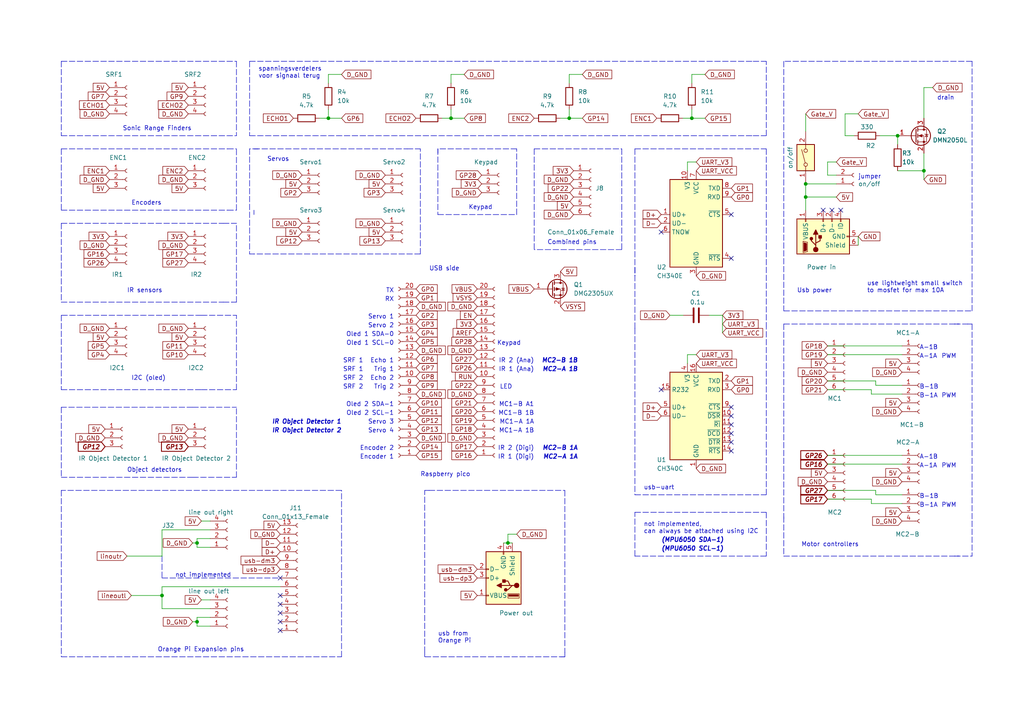
<source format=kicad_sch>
(kicad_sch (version 20211123) (generator eeschema)
  (paper "A4")
  (junction (at 233.68 53.34))
  (junction (at 130.81 34.29))
  (junction (at 147.32 157.48))
  (junction (at 233.68 57.15))
  (junction (at 57.15 180.34))
  (junction (at 165.1 34.29))
  (junction (at 267.97 49.53))
  (junction (at 46.99 172.72))
  (junction (at 260.35 39.37))
  (junction (at 95.25 34.29))
  (junction (at 200.66 34.29))
  (junction (at 57.15 157.48))
  (no_connect (at 243.84 60.96))
  (no_connect (at 212.09 74.93))
  (no_connect (at 241.3 60.96))
  (no_connect (at 81.28 167.64))
  (no_connect (at 81.28 180.34))
  (no_connect (at 212.09 123.19))
  (no_connect (at 212.09 125.73))
  (no_connect (at 212.09 128.27))
  (no_connect (at 212.09 130.81))
  (no_connect (at 212.09 120.65))
  (no_connect (at 212.09 118.11))
  (no_connect (at 191.77 113.03))
  (no_connect (at 191.77 67.31))
  (no_connect (at 238.76 60.96))
  (no_connect (at 81.28 182.88))
  (no_connect (at 212.09 62.23))
  (no_connect (at 81.28 175.26))
  (no_connect (at 81.28 177.8))
  (no_connect (at 81.28 172.72))
  (wire (pts (xy 36.83 161.29) (xy 46.99 161.29)))
  (wire (pts (xy 55.88 157.48) (xy 57.15 157.48)))
  (wire (pts (xy 38.1 172.72) (xy 46.99 172.72)))
  (polyline (pts (xy 281.94 17.78) (xy 227.33 17.78)))
  (wire (pts (xy 240.03 50.8) (xy 242.57 50.8)))
  (polyline (pts (xy 46.99 161.29) (xy 46.99 167.64)))
  (polyline (pts (xy 281.94 151.13) (xy 281.94 161.29)))
  (polyline (pts (xy 73.66 62.23) (xy 73.66 60.96)))
  (polyline (pts (xy 163.83 189.23) (xy 163.83 190.5)))
  (wire (pts (xy 57.15 181.61) (xy 57.15 180.34)))
  (polyline (pts (xy 99.06 142.24) (xy 17.78 142.24)))
  (polyline (pts (xy 17.78 64.77) (xy 64.77 64.77)))
  (wire (pts (xy 245.11 39.37) (xy 247.65 39.37)))
  (polyline (pts (xy 227.33 93.98) (xy 227.33 151.13)))
  (wire (pts (xy 57.15 179.07) (xy 60.96 179.07)))
  (polyline (pts (xy 121.92 73.66) (xy 121.92 43.18)))
  (wire (pts (xy 254 143.51) (xy 261.62 143.51)))
  (wire (pts (xy 240.03 110.49) (xy 254 110.49)))
  (polyline (pts (xy 17.78 118.11) (xy 17.78 138.43)))
  (polyline (pts (xy 17.78 142.24) (xy 17.78 190.5)))
  (polyline (pts (xy 99.06 190.5) (xy 99.06 142.24)))
  (polyline (pts (xy 127 62.23) (xy 149.86 62.23)))
  (polyline (pts (xy 149.86 62.23) (xy 149.86 43.18)))
  (wire (pts (xy 55.88 180.34) (xy 57.15 180.34)))
  (polyline (pts (xy 227.33 149.86) (xy 227.33 161.29)))
  (wire (pts (xy 254 142.24) (xy 254 143.51)))
  (wire (pts (xy 198.12 34.29) (xy 200.66 34.29)))
  (wire (pts (xy 201.93 102.87) (xy 199.39 102.87)))
  (polyline (pts (xy 184.15 148.59) (xy 222.25 148.59)))
  (wire (pts (xy 252.73 146.05) (xy 261.62 146.05)))
  (wire (pts (xy 267.97 25.4) (xy 270.51 25.4)))
  (wire (pts (xy 201.93 46.99) (xy 199.39 46.99)))
  (polyline (pts (xy 149.86 43.18) (xy 127 43.18)))
  (wire (pts (xy 252.73 113.03) (xy 252.73 114.3)))
  (polyline (pts (xy 222.25 143.51) (xy 222.25 95.25)))
  (wire (pts (xy 95.25 21.59) (xy 95.25 24.13)))
  (polyline (pts (xy 163.83 142.24) (xy 163.83 189.23)))
  (wire (pts (xy 260.35 39.37) (xy 260.35 41.91)))
  (wire (pts (xy 168.91 21.59) (xy 165.1 21.59)))
  (wire (pts (xy 60.96 181.61) (xy 57.15 181.61)))
  (polyline (pts (xy 73.66 43.18) (xy 118.11 43.18)))
  (polyline (pts (xy 222.25 43.18) (xy 222.25 77.47)))
  (polyline (pts (xy 227.33 90.17) (xy 281.94 90.17)))
  (polyline (pts (xy 163.83 190.5) (xy 123.19 190.5)))
  (polyline (pts (xy 218.44 39.37) (xy 222.25 39.37)))
  (polyline (pts (xy 123.19 142.24) (xy 124.46 142.24)))
  (wire (pts (xy 252.73 114.3) (xy 261.62 114.3)))
  (polyline (pts (xy 17.78 17.78) (xy 68.58 17.78)))
  (polyline (pts (xy 184.15 43.18) (xy 184.15 80.01)))
  (polyline (pts (xy 72.39 73.66) (xy 73.66 73.66)))
  (wire (pts (xy 233.68 53.34) (xy 233.68 57.15)))
  (wire (pts (xy 46.99 170.18) (xy 81.28 170.18)))
  (polyline (pts (xy 17.78 64.77) (xy 17.78 87.63)))
  (polyline (pts (xy 184.15 161.29) (xy 184.15 148.59)))
  (wire (pts (xy 194.31 91.44) (xy 198.12 91.44)))
  (polyline (pts (xy 68.58 113.03) (xy 68.58 91.44)))
  (wire (pts (xy 242.57 46.99) (xy 240.03 46.99)))
  (wire (pts (xy 240.03 113.03) (xy 252.73 113.03)))
  (polyline (pts (xy 17.78 39.37) (xy 68.58 39.37)))
  (polyline (pts (xy 124.46 142.24) (xy 163.83 142.24)))
  (polyline (pts (xy 17.78 60.96) (xy 66.04 60.96)))
  (polyline (pts (xy 227.33 161.29) (xy 278.13 161.29)))
  (wire (pts (xy 57.15 157.48) (xy 57.15 156.21)))
  (polyline (pts (xy 74.93 43.18) (xy 72.39 43.18)))
  (wire (pts (xy 46.99 172.72) (xy 46.99 176.53)))
  (polyline (pts (xy 280.67 93.98) (xy 281.94 93.98)))
  (wire (pts (xy 148.59 157.48) (xy 147.32 157.48)))
  (polyline (pts (xy 46.99 167.64) (xy 81.28 167.64)))
  (polyline (pts (xy 72.39 39.37) (xy 218.44 39.37)))
  (wire (pts (xy 252.73 144.78) (xy 252.73 146.05)))
  (wire (pts (xy 254 110.49) (xy 254 111.76)))
  (wire (pts (xy 245.11 33.02) (xy 245.11 39.37)))
  (polyline (pts (xy 154.94 43.18) (xy 180.34 43.18)))
  (wire (pts (xy 165.1 21.59) (xy 165.1 24.13)))
  (polyline (pts (xy 218.44 17.78) (xy 222.25 17.78)))
  (wire (pts (xy 204.47 21.59) (xy 200.66 21.59)))
  (polyline (pts (xy 154.94 43.18) (xy 154.94 72.39)))
  (wire (pts (xy 267.97 49.53) (xy 267.97 52.07)))
  (wire (pts (xy 95.25 34.29) (xy 95.25 31.75)))
  (polyline (pts (xy 127 43.18) (xy 127 44.45)))
  (wire (pts (xy 130.81 21.59) (xy 134.62 21.59)))
  (wire (pts (xy 92.71 34.29) (xy 95.25 34.29)))
  (wire (pts (xy 240.03 100.33) (xy 261.62 100.33)))
  (polyline (pts (xy 67.31 87.63) (xy 68.58 87.63)))
  (wire (pts (xy 240.03 132.08) (xy 261.62 132.08)))
  (wire (pts (xy 205.74 91.44) (xy 209.55 91.44)))
  (wire (pts (xy 267.97 44.45) (xy 267.97 49.53)))
  (polyline (pts (xy 127 43.18) (xy 127 62.23)))
  (wire (pts (xy 233.68 57.15) (xy 242.57 57.15)))
  (wire (pts (xy 130.81 34.29) (xy 134.62 34.29)))
  (polyline (pts (xy 66.04 60.96) (xy 68.58 60.96)))
  (wire (pts (xy 199.39 46.99) (xy 199.39 49.53)))
  (polyline (pts (xy 64.77 87.63) (xy 67.31 87.63)))
  (polyline (pts (xy 227.33 93.98) (xy 278.13 93.98)))
  (polyline (pts (xy 17.78 17.78) (xy 17.78 39.37)))
  (polyline (pts (xy 118.11 43.18) (xy 121.92 43.18)))
  (polyline (pts (xy 58.42 91.44) (xy 68.58 91.44)))
  (wire (pts (xy 260.35 49.53) (xy 267.97 49.53)))
  (wire (pts (xy 200.66 34.29) (xy 200.66 31.75)))
  (wire (pts (xy 46.99 153.67) (xy 60.96 153.67)))
  (polyline (pts (xy 68.58 17.78) (xy 68.58 39.37)))
  (polyline (pts (xy 227.33 17.78) (xy 227.33 90.17)))
  (wire (pts (xy 57.15 156.21) (xy 60.96 156.21)))
  (polyline (pts (xy 180.34 72.39) (xy 154.94 72.39)))
  (polyline (pts (xy 184.15 43.18) (xy 222.25 43.18)))
  (polyline (pts (xy 123.19 189.23) (xy 123.19 142.24)))
  (wire (pts (xy 254 111.76) (xy 261.62 111.76)))
  (wire (pts (xy 240.03 46.99) (xy 240.03 50.8)))
  (polyline (pts (xy 281.94 90.17) (xy 281.94 17.78)))
  (wire (pts (xy 58.42 173.99) (xy 60.96 173.99)))
  (polyline (pts (xy 184.15 143.51) (xy 222.25 143.51)))
  (wire (pts (xy 233.68 57.15) (xy 233.68 60.96)))
  (polyline (pts (xy 184.15 95.25) (xy 184.15 143.51)))
  (polyline (pts (xy 121.92 73.66) (xy 73.66 73.66)))
  (wire (pts (xy 147.32 157.48) (xy 146.05 157.48)))
  (polyline (pts (xy 68.58 138.43) (xy 68.58 118.11)))
  (wire (pts (xy 204.47 34.29) (xy 200.66 34.29)))
  (polyline (pts (xy 276.86 161.29) (xy 281.94 161.29)))
  (polyline (pts (xy 180.34 43.18) (xy 180.34 72.39)))
  (wire (pts (xy 95.25 34.29) (xy 99.06 34.29)))
  (polyline (pts (xy 68.58 60.96) (xy 68.58 43.18)))
  (wire (pts (xy 147.32 154.94) (xy 147.32 157.48)))
  (polyline (pts (xy 55.88 118.11) (xy 17.78 118.11)))
  (polyline (pts (xy 276.86 93.98) (xy 280.67 93.98)))
  (wire (pts (xy 46.99 176.53) (xy 60.96 176.53)))
  (polyline (pts (xy 55.88 118.11) (xy 68.58 118.11)))
  (wire (pts (xy 128.27 34.29) (xy 130.81 34.29)))
  (wire (pts (xy 46.99 153.67) (xy 46.99 161.29)))
  (wire (pts (xy 240.03 142.24) (xy 254 142.24)))
  (polyline (pts (xy 222.25 161.29) (xy 184.15 161.29)))
  (polyline (pts (xy 17.78 190.5) (xy 99.06 190.5)))
  (polyline (pts (xy 222.25 77.47) (xy 222.25 95.25)))
  (polyline (pts (xy 64.77 64.77) (xy 68.58 64.77)))
  (wire (pts (xy 60.96 158.75) (xy 57.15 158.75)))
  (polyline (pts (xy 17.78 113.03) (xy 58.42 113.03)))
  (wire (pts (xy 255.27 39.37) (xy 260.35 39.37)))
  (polyline (pts (xy 72.39 17.78) (xy 72.39 39.37)))
  (wire (pts (xy 267.97 34.29) (xy 267.97 25.4)))
  (wire (pts (xy 165.1 34.29) (xy 165.1 31.75)))
  (wire (pts (xy 57.15 180.34) (xy 57.15 179.07)))
  (wire (pts (xy 209.55 91.44) (xy 209.55 96.52)))
  (polyline (pts (xy 184.15 95.25) (xy 184.15 77.47)))
  (wire (pts (xy 130.81 24.13) (xy 130.81 21.59)))
  (polyline (pts (xy 66.04 43.18) (xy 68.58 43.18)))
  (wire (pts (xy 99.06 21.59) (xy 95.25 21.59)))
  (polyline (pts (xy 222.25 39.37) (xy 222.25 17.78)))
  (wire (pts (xy 248.92 68.58) (xy 248.92 71.12)))
  (polyline (pts (xy 17.78 43.18) (xy 66.04 43.18)))
  (wire (pts (xy 162.56 34.29) (xy 165.1 34.29)))
  (polyline (pts (xy 58.42 91.44) (xy 17.78 91.44)))
  (polyline (pts (xy 68.58 87.63) (xy 68.58 64.77)))
  (wire (pts (xy 200.66 21.59) (xy 200.66 24.13)))
  (polyline (pts (xy 17.78 91.44) (xy 17.78 113.03)))
  (wire (pts (xy 240.03 102.87) (xy 261.62 102.87)))
  (polyline (pts (xy 58.42 113.03) (xy 68.58 113.03)))
  (wire (pts (xy 240.03 144.78) (xy 252.73 144.78)))
  (wire (pts (xy 233.68 53.34) (xy 242.57 53.34)))
  (polyline (pts (xy 281.94 93.98) (xy 281.94 151.13)))
  (wire (pts (xy 233.68 33.02) (xy 233.68 38.1)))
  (polyline (pts (xy 17.78 87.63) (xy 64.77 87.63)))
  (polyline (pts (xy 123.19 189.23) (xy 123.19 190.5)))
  (polyline (pts (xy 222.25 148.59) (xy 222.25 161.29)))
  (polyline (pts (xy 17.78 138.43) (xy 55.88 138.43)))
  (wire (pts (xy 46.99 170.18) (xy 46.99 172.72)))
  (polyline (pts (xy 17.78 43.18) (xy 17.78 60.96)))
  (wire (pts (xy 248.92 33.02) (xy 245.11 33.02)))
  (wire (pts (xy 149.86 154.94) (xy 147.32 154.94)))
  (wire (pts (xy 130.81 34.29) (xy 130.81 31.75)))
  (polyline (pts (xy 72.39 17.78) (xy 218.44 17.78)))
  (wire (pts (xy 240.03 134.62) (xy 261.62 134.62)))
  (polyline (pts (xy 72.39 43.18) (xy 72.39 73.66)))
  (wire (pts (xy 199.39 102.87) (xy 199.39 105.41)))
  (wire (pts (xy 58.42 151.13) (xy 60.96 151.13)))
  (polyline (pts (xy 55.88 138.43) (xy 68.58 138.43)))
  (wire (pts (xy 168.91 34.29) (xy 165.1 34.29)))
  (wire (pts (xy 57.15 158.75) (xy 57.15 157.48)))
  (polyline (pts (xy 163.83 190.5) (xy 162.56 190.5)))
  (text "B-1B" (at 266.7 144.78 0) (effects (font (size 1.27 1.27)) (justify left bottom)))
  (text "SRF 2" (at 105.41 113.03 180) (effects (font (size 1.27 1.27)) (justify right bottom)))
  (text "Encoders" (at 38.1 59.69 0) (effects (font (size 1.27 1.27)) (justify left bottom)))
  (text "SRF 2" (at 105.41 110.49 180) (effects (font (size 1.27 1.27)) (justify right bottom)))
  (text "Motor controllers" (at 232.41 158.75 0) (effects (font (size 1.27 1.27)) (justify left bottom)))
  (text "drain" (at 271.78 29.21 0) (effects (font (size 1.27 1.27)) (justify left bottom)))
  (text "MC1-A 1A" (at 154.94 123.19 180) (effects (font (size 1.27 1.27)) (justify right bottom)))
  (text "IR 1 (Ana)" (at 154.94 107.95 180) (effects (font (size 1.27 1.27)) (justify right bottom)))
  (text "Combined pins" (at 158.75 71.12 0) (effects (font (size 1.27 1.27)) (justify left bottom)))
  (text "use lightweight small switch\nto mosfet for max 10A" (at 251.46 85.09 0) (effects (font (size 1.27 1.27)) (justify left bottom)))
  (text "IR 2 (Ana)" (at 154.94 105.41 180) (effects (font (size 1.27 1.27)) (justify right bottom)))
  (text "Servo 1" (at 114.3 92.71 180) (effects (font (size 1.27 1.27)) (justify right bottom)))
  (text "A-1B" (at 266.7 133.35 0) (effects (font (size 1.27 1.27)) (justify left bottom)))
  (text "Orange Pi Expansion pins" (at 45.72 189.23 0) (effects (font (size 1.27 1.27)) (justify left bottom)))
  (text "Servo 2" (at 114.3 95.25 180) (effects (font (size 1.27 1.27)) (justify right bottom)))
  (text "Trig 1" (at 114.3 107.95 180) (effects (font (size 1.27 1.27)) (justify right bottom)))
  (text "Oled 2 SDA-1" (at 114.3 118.11 180) (effects (font (size 1.27 1.27)) (justify right bottom)))
  (text "SRF 1" (at 105.41 107.95 180) (effects (font (size 1.27 1.27)) (justify right bottom)))
  (text "IR 2 (Digi)" (at 154.94 130.81 180) (effects (font (size 1.27 1.27)) (justify right bottom)))
  (text "IR Object Detector 2" (at 99.06 125.73 180) (effects (font (size 1.27 1.27) (thickness 0.254) bold italic) (justify right bottom)))
  (text "A-1A" (at 266.7 135.89 0) (effects (font (size 1.27 1.27)) (justify left bottom)))
  (text "Trig 2" (at 114.3 113.03 180) (effects (font (size 1.27 1.27)) (justify right bottom)))
  (text "MC1-B 1B" (at 154.94 120.65 180) (effects (font (size 1.27 1.27)) (justify right bottom)))
  (text "Oled 1 SCL-0\n" (at 114.3 100.33 180) (effects (font (size 1.27 1.27)) (justify right bottom)))
  (text "SRF 1" (at 105.41 105.41 180) (effects (font (size 1.27 1.27)) (justify right bottom)))
  (text "LED" (at 148.59 113.03 180) (effects (font (size 1.27 1.27)) (justify right bottom)))
  (text "Keypad" (at 151.13 100.33 180) (effects (font (size 1.27 1.27)) (justify right bottom)))
  (text "Servo 4" (at 114.3 125.73 180) (effects (font (size 1.27 1.27)) (justify right bottom)))
  (text "IR Object Detector 1" (at 99.06 123.19 180) (effects (font (size 1.27 1.27) (thickness 0.254) bold italic) (justify right bottom)))
  (text "Keypad" (at 135.89 60.96 0) (effects (font (size 1.27 1.27)) (justify left bottom)))
  (text "Oled 2 SCL-1" (at 114.3 120.65 180) (effects (font (size 1.27 1.27)) (justify right bottom)))
  (text "MC2-A 1B" (at 167.64 107.95 180) (effects (font (size 1.27 1.27) (thickness 0.254) bold italic) (justify right bottom)))
  (text "Oled 1 SDA-0" (at 114.3 97.79 180) (effects (font (size 1.27 1.27)) (justify right bottom)))
  (text "MC2-B 1A" (at 167.64 130.81 180) (effects (font (size 1.27 1.27) (thickness 0.254) bold italic) (justify right bottom)))
  (text "USB side" (at 124.46 78.74 0) (effects (font (size 1.27 1.27)) (justify left bottom)))
  (text "Servo 3" (at 114.3 123.19 180) (effects (font (size 1.27 1.27)) (justify right bottom)))
  (text "Raspberry pico\n" (at 121.92 138.43 0) (effects (font (size 1.27 1.27)) (justify left bottom)))
  (text "B-1A" (at 266.7 115.57 0) (effects (font (size 1.27 1.27)) (justify left bottom)))
  (text "A-1B" (at 266.7 101.6 0) (effects (font (size 1.27 1.27)) (justify left bottom)))
  (text "MC1-A 1B" (at 154.94 125.73 180) (effects (font (size 1.27 1.27)) (justify right bottom)))
  (text "usb from\nOrange Pi" (at 127 186.69 0) (effects (font (size 1.27 1.27)) (justify left bottom)))
  (text "IR 1 (Digi)" (at 154.94 133.35 180) (effects (font (size 1.27 1.27)) (justify right bottom)))
  (text "jumper" (at 248.92 52.07 0) (effects (font (size 1.27 1.27)) (justify left bottom)))
  (text "Encoder 1" (at 114.3 133.35 180) (effects (font (size 1.27 1.27)) (justify right bottom)))
  (text "B-1A" (at 266.7 147.32 0) (effects (font (size 1.27 1.27)) (justify left bottom)))
  (text "I2C (oled)" (at 38.1 110.49 0) (effects (font (size 1.27 1.27)) (justify left bottom)))
  (text "Echo 2" (at 114.3 110.49 180) (effects (font (size 1.27 1.27)) (justify right bottom)))
  (text "(MPU6050 SDA-1)" (at 191.77 157.48 0) (effects (font (size 1.27 1.27) (thickness 0.254) bold italic) (justify left bottom)))
  (text "not implemented" (at 50.8 167.64 0) (effects (font (size 1.27 1.27)) (justify left bottom)))
  (text "TX" (at 114.3 85.09 180) (effects (font (size 1.27 1.27)) (justify right bottom)))
  (text "A-1A" (at 266.7 104.14 0) (effects (font (size 1.27 1.27)) (justify left bottom)))
  (text "Sonic Range Finders" (at 35.56 38.1 0) (effects (font (size 1.27 1.27)) (justify left bottom)))
  (text "not implemented,\ncan always be attached using I2C" (at 186.69 154.94 0) (effects (font (size 1.27 1.27)) (justify left bottom)))
  (text "Object detectors" (at 36.83 137.16 0) (effects (font (size 1.27 1.27)) (justify left bottom)))
  (text "IR sensors" (at 36.83 85.09 0) (effects (font (size 1.27 1.27)) (justify left bottom)))
  (text "Usb power" (at 231.14 85.09 0) (effects (font (size 1.27 1.27)) (justify left bottom)))
  (text "B-1B" (at 266.7 113.03 0) (effects (font (size 1.27 1.27)) (justify left bottom)))
  (text "PWM" (at 273.05 135.89 0) (effects (font (size 1.27 1.27)) (justify left bottom)))
  (text "usb-uart" (at 186.69 142.24 0) (effects (font (size 1.27 1.27)) (justify left bottom)))
  (text "PWM" (at 273.05 115.57 0) (effects (font (size 1.27 1.27)) (justify left bottom)))
  (text "(MPU6050 SCL-1)" (at 191.77 160.02 0) (effects (font (size 1.27 1.27) (thickness 0.254) bold italic) (justify left bottom)))
  (text "PWM" (at 273.05 104.14 0) (effects (font (size 1.27 1.27)) (justify left bottom)))
  (text "MC2-A 1A" (at 167.64 133.35 180) (effects (font (size 1.27 1.27) (thickness 0.254) bold italic) (justify right bottom)))
  (text "spanningsverdelers\nvoor signaal terug" (at 74.93 22.86 0) (effects (font (size 1.27 1.27)) (justify left bottom)))
  (text "Servos" (at 77.47 46.99 0) (effects (font (size 1.27 1.27)) (justify left bottom)))
  (text "PWM" (at 273.05 147.32 0) (effects (font (size 1.27 1.27)) (justify left bottom)))
  (text "RX" (at 114.3 87.63 180) (effects (font (size 1.27 1.27)) (justify right bottom)))
  (text "MC2-B 1B" (at 167.64 105.41 180) (effects (font (size 1.27 1.27) (thickness 0.254) bold italic) (justify right bottom)))
  (text "Echo 1" (at 114.3 105.41 180) (effects (font (size 1.27 1.27)) (justify right bottom)))
  (text "MC1-B A1" (at 154.94 118.11 180) (effects (font (size 1.27 1.27)) (justify right bottom)))
  (text "Encoder 2" (at 114.3 130.81 180) (effects (font (size 1.27 1.27)) (justify right bottom)))
  (global_label "GP12" (shape input) (at 30.48 129.54 180) (effects (font (thickness 0.254) bold italic)) (property "Intersheet References" "${INTERSHEET_REFS}" (effects hide)))
  (global_label "GP21" (shape input) (at 240.03 113.03 180) (property "Intersheet References" "${INTERSHEET_REFS}" (effects hide)))
  (global_label "GND" (shape input) (at 248.92 68.58 0) (property "Intersheet References" "${INTERSHEET_REFS}" (effects hide)))
  (global_label "5V" (shape input) (at 261.62 105.41 180) (property "Intersheet References" "${INTERSHEET_REFS}" (effects hide)))
  (global_label "3V3" (shape input) (at 139.7 53.34 180) (property "Intersheet References" "${INTERSHEET_REFS}" (effects hide)))
  (global_label "5V" (shape input) (at 30.48 124.46 180) (property "Intersheet References" "${INTERSHEET_REFS}" (effects hide)))
  (global_label "GP2" (shape input) (at 87.63 55.88 180) (property "Intersheet References" "${INTERSHEET_REFS}" (effects hide)))
  (global_label "Gate_V" (shape input) (at 242.57 46.99 0) (property "Intersheet References" "${INTERSHEET_REFS}" (effects hide)))
  (global_label "D_GND" (shape input) (at 149.86 154.94 0) (property "Intersheet References" "${INTERSHEET_REFS}" (effects hide)))
  (global_label "5V" (shape input) (at 81.28 152.4 180) (property "Intersheet References" "${INTERSHEET_REFS}" (effects hide)))
  (global_label "GP18" (shape input) (at 138.43 124.46 180) (property "Intersheet References" "${INTERSHEET_REFS}" (effects hide)))
  (global_label "GP4" (shape input) (at 120.65 96.52 0) (property "Intersheet References" "${INTERSHEET_REFS}" (effects hide)))
  (global_label "D_GND" (shape input) (at 138.43 114.3 180) (property "Intersheet References" "${INTERSHEET_REFS}" (effects hide)))
  (global_label "5V" (shape input) (at 240.03 105.41 180) (property "Intersheet References" "${INTERSHEET_REFS}" (effects hide)))
  (global_label "D_GND" (shape input) (at 166.37 57.15 180) (property "Intersheet References" "${INTERSHEET_REFS}" (effects hide)))
  (global_label "UART_V3" (shape input) (at 209.55 93.98 0) (property "Intersheet References" "${INTERSHEET_REFS}" (effects hide)))
  (global_label "GP1" (shape input) (at 212.09 54.61 0) (property "Intersheet References" "${INTERSHEET_REFS}" (effects hide)))
  (global_label "GP16" (shape input) (at 240.03 134.62 180) (effects (font (thickness 0.254) bold italic)) (property "Intersheet References" "${INTERSHEET_REFS}" (effects hide)))
  (global_label "GP27" (shape input) (at 54.61 76.2 180) (property "Intersheet References" "${INTERSHEET_REFS}" (effects hide)))
  (global_label "GP12" (shape input) (at 87.63 69.85 180) (property "Intersheet References" "${INTERSHEET_REFS}" (effects hide)))
  (global_label "GP16" (shape input) (at 31.75 73.66 180) (property "Intersheet References" "${INTERSHEET_REFS}" (effects hide)))
  (global_label "usb-dm3" (shape input) (at 138.43 165.1 180) (property "Intersheet References" "${INTERSHEET_REFS}" (effects hide)))
  (global_label "D_GND" (shape input) (at 194.31 91.44 180) (property "Intersheet References" "${INTERSHEET_REFS}" (effects hide)))
  (global_label "D_GND" (shape input) (at 139.7 55.88 180) (property "Intersheet References" "${INTERSHEET_REFS}" (effects hide)))
  (global_label "GP2" (shape input) (at 120.65 91.44 0) (property "Intersheet References" "${INTERSHEET_REFS}" (effects hide)))
  (global_label "GP17" (shape input) (at 54.61 73.66 180) (property "Intersheet References" "${INTERSHEET_REFS}" (effects hide)))
  (global_label "GP6" (shape input) (at 99.06 34.29 0) (property "Intersheet References" "${INTERSHEET_REFS}" (effects hide)))
  (global_label "D_GND" (shape input) (at 99.06 21.59 0) (property "Intersheet References" "${INTERSHEET_REFS}" (effects hide)))
  (global_label "GP10" (shape input) (at 120.65 116.84 0) (property "Intersheet References" "${INTERSHEET_REFS}" (effects hide)))
  (global_label "D_GND" (shape input) (at 138.43 127 180) (property "Intersheet References" "${INTERSHEET_REFS}" (effects hide)))
  (global_label "D_GND" (shape input) (at 261.62 119.38 180) (property "Intersheet References" "${INTERSHEET_REFS}" (effects hide)))
  (global_label "GP3" (shape input) (at 120.65 93.98 0) (property "Intersheet References" "${INTERSHEET_REFS}" (effects hide)))
  (global_label "D_GND" (shape input) (at 87.63 64.77 180) (property "Intersheet References" "${INTERSHEET_REFS}" (effects hide)))
  (global_label "D_GND" (shape input) (at 54.61 71.12 180) (property "Intersheet References" "${INTERSHEET_REFS}" (effects hide)))
  (global_label "D_GND" (shape input) (at 261.62 151.13 180) (property "Intersheet References" "${INTERSHEET_REFS}" (effects hide)))
  (global_label "D_GND" (shape input) (at 54.61 127 180) (property "Intersheet References" "${INTERSHEET_REFS}" (effects hide)))
  (global_label "GP9" (shape input) (at 54.61 27.94 180) (property "Intersheet References" "${INTERSHEET_REFS}" (effects hide)))
  (global_label "GP5" (shape input) (at 31.75 100.33 180) (property "Intersheet References" "${INTERSHEET_REFS}" (effects hide)))
  (global_label "5V" (shape input) (at 261.62 116.84 180) (property "Intersheet References" "${INTERSHEET_REFS}" (effects hide)))
  (global_label "3V3" (shape input) (at 166.37 49.53 180) (property "Intersheet References" "${INTERSHEET_REFS}" (effects hide)))
  (global_label "GP26" (shape input) (at 31.75 76.2 180) (property "Intersheet References" "${INTERSHEET_REFS}" (effects hide)))
  (global_label "D_GND" (shape input) (at 120.65 114.3 0) (property "Intersheet References" "${INTERSHEET_REFS}" (effects hide)))
  (global_label "ECHO1" (shape input) (at 31.75 30.48 180) (property "Intersheet References" "${INTERSHEET_REFS}" (effects hide)))
  (global_label "5V" (shape input) (at 111.76 53.34 180) (property "Intersheet References" "${INTERSHEET_REFS}" (effects hide)))
  (global_label "D_GND" (shape input) (at 270.51 25.4 0) (property "Intersheet References" "${INTERSHEET_REFS}" (effects hide)))
  (global_label "ENC1" (shape input) (at 31.75 49.53 180) (property "Intersheet References" "${INTERSHEET_REFS}" (effects hide)))
  (global_label "GP13" (shape input) (at 120.65 124.46 0) (property "Intersheet References" "${INTERSHEET_REFS}" (effects hide)))
  (global_label "D_GND" (shape input) (at 201.93 135.89 0) (property "Intersheet References" "${INTERSHEET_REFS}" (effects hide)))
  (global_label "ECHO1" (shape input) (at 85.09 34.29 180) (property "Intersheet References" "${INTERSHEET_REFS}" (effects hide)))
  (global_label "5V" (shape input) (at 58.42 151.13 180) (property "Intersheet References" "${INTERSHEET_REFS}" (effects hide)))
  (global_label "5V" (shape input) (at 31.75 54.61 180) (property "Intersheet References" "${INTERSHEET_REFS}" (effects hide)))
  (global_label "GP16" (shape input) (at 138.43 132.08 180) (property "Intersheet References" "${INTERSHEET_REFS}" (effects hide)))
  (global_label "D_GND" (shape input) (at 31.75 71.12 180) (property "Intersheet References" "${INTERSHEET_REFS}" (effects hide)))
  (global_label "GP14" (shape input) (at 168.91 34.29 0) (property "Intersheet References" "${INTERSHEET_REFS}" (effects hide)))
  (global_label "GP3" (shape input) (at 111.76 55.88 180) (property "Intersheet References" "${INTERSHEET_REFS}" (effects hide)))
  (global_label "D_GND" (shape input) (at 31.75 52.07 180) (property "Intersheet References" "${INTERSHEET_REFS}" (effects hide)))
  (global_label "GP1" (shape input) (at 212.09 110.49 0) (property "Intersheet References" "${INTERSHEET_REFS}" (effects hide)))
  (global_label "GP28" (shape input) (at 139.7 50.8 180) (property "Intersheet References" "${INTERSHEET_REFS}" (effects hide)))
  (global_label "linoutr" (shape input) (at 36.83 161.29 180) (property "Intersheet References" "${INTERSHEET_REFS}" (effects hide)))
  (global_label "D_GND" (shape input) (at 30.48 127 180) (property "Intersheet References" "${INTERSHEET_REFS}" (effects hide)))
  (global_label "GP6" (shape input) (at 120.65 104.14 0) (property "Intersheet References" "${INTERSHEET_REFS}" (effects hide)))
  (global_label "D_GND" (shape input) (at 134.62 21.59 0) (property "Intersheet References" "${INTERSHEET_REFS}" (effects hide)))
  (global_label "GP4" (shape input) (at 31.75 102.87 180) (property "Intersheet References" "${INTERSHEET_REFS}" (effects hide)))
  (global_label "GP14" (shape input) (at 120.65 129.54 0) (property "Intersheet References" "${INTERSHEET_REFS}" (effects hide)))
  (global_label "5V" (shape input) (at 31.75 25.4 180) (property "Intersheet References" "${INTERSHEET_REFS}" (effects hide)))
  (global_label "VSYS" (shape input) (at 138.43 86.36 180) (property "Intersheet References" "${INTERSHEET_REFS}" (effects hide)))
  (global_label "ENC2" (shape input) (at 54.61 49.53 180) (property "Intersheet References" "${INTERSHEET_REFS}" (effects hide)))
  (global_label "usb-dp3" (shape input) (at 81.28 165.1 180) (property "Intersheet References" "${INTERSHEET_REFS}" (effects hide)))
  (global_label "D_GND" (shape input) (at 240.03 139.7 180) (property "Intersheet References" "${INTERSHEET_REFS}" (effects hide)))
  (global_label "D_GND" (shape input) (at 31.75 95.25 180) (property "Intersheet References" "${INTERSHEET_REFS}" (effects hide)))
  (global_label "GP18" (shape input) (at 240.03 100.33 180) (property "Intersheet References" "${INTERSHEET_REFS}" (effects hide)))
  (global_label "GP27" (shape input) (at 138.43 104.14 180) (property "Intersheet References" "${INTERSHEET_REFS}" (effects hide)))
  (global_label "UART_VCC" (shape input) (at 201.93 49.53 0) (property "Intersheet References" "${INTERSHEET_REFS}" (effects hide)))
  (global_label "RUN" (shape input) (at 138.43 109.22 180) (property "Intersheet References" "${INTERSHEET_REFS}" (effects hide)))
  (global_label "GP9" (shape input) (at 120.65 111.76 0) (property "Intersheet References" "${INTERSHEET_REFS}" (effects hide)))
  (global_label "5V" (shape input) (at 58.42 173.99 180) (property "Intersheet References" "${INTERSHEET_REFS}" (effects hide)))
  (global_label "D_GND" (shape input) (at 111.76 50.8 180) (property "Intersheet References" "${INTERSHEET_REFS}" (effects hide)))
  (global_label "GP5" (shape input) (at 120.65 99.06 0) (property "Intersheet References" "${INTERSHEET_REFS}" (effects hide)))
  (global_label "D_GND" (shape input) (at 31.75 33.02 180) (property "Intersheet References" "${INTERSHEET_REFS}" (effects hide)))
  (global_label "3V3" (shape input) (at 54.61 68.58 180) (property "Intersheet References" "${INTERSHEET_REFS}" (effects hide)))
  (global_label "5V" (shape input) (at 87.63 67.31 180) (property "Intersheet References" "${INTERSHEET_REFS}" (effects hide)))
  (global_label "D_GND" (shape input) (at 138.43 88.9 180) (property "Intersheet References" "${INTERSHEET_REFS}" (effects hide)))
  (global_label "D_GND" (shape input) (at 54.61 52.07 180) (property "Intersheet References" "${INTERSHEET_REFS}" (effects hide)))
  (global_label "usb-dm3" (shape input) (at 81.28 162.56 180) (property "Intersheet References" "${INTERSHEET_REFS}" (effects hide)))
  (global_label "5V" (shape input) (at 240.03 137.16 180) (property "Intersheet References" "${INTERSHEET_REFS}" (effects hide)))
  (global_label "ENC2" (shape input) (at 154.94 34.29 180) (property "Intersheet References" "${INTERSHEET_REFS}" (effects hide)))
  (global_label "GP21" (shape input) (at 138.43 116.84 180) (property "Intersheet References" "${INTERSHEET_REFS}" (effects hide)))
  (global_label "GP0" (shape input) (at 212.09 57.15 0) (property "Intersheet References" "${INTERSHEET_REFS}" (effects hide)))
  (global_label "GP10" (shape input) (at 54.61 102.87 180) (property "Intersheet References" "${INTERSHEET_REFS}" (effects hide)))
  (global_label "GP13" (shape input) (at 111.76 69.85 180) (property "Intersheet References" "${INTERSHEET_REFS}" (effects hide)))
  (global_label "GP22" (shape input) (at 138.43 111.76 180) (property "Intersheet References" "${INTERSHEET_REFS}" (effects hide)))
  (global_label "AREF" (shape input) (at 138.43 96.52 180) (property "Intersheet References" "${INTERSHEET_REFS}" (effects hide)))
  (global_label "GP7" (shape input) (at 120.65 106.68 0) (property "Intersheet References" "${INTERSHEET_REFS}" (effects hide)))
  (global_label "D-" (shape input) (at 191.77 64.77 180) (property "Intersheet References" "${INTERSHEET_REFS}" (effects hide)))
  (global_label "GP12" (shape input) (at 120.65 121.92 0) (property "Intersheet References" "${INTERSHEET_REFS}" (effects hide)))
  (global_label "D_GND" (shape input) (at 55.88 157.48 180) (property "Intersheet References" "${INTERSHEET_REFS}" (effects hide)))
  (global_label "5V" (shape input) (at 261.62 148.59 180) (property "Intersheet References" "${INTERSHEET_REFS}" (effects hide)))
  (global_label "5V" (shape input) (at 31.75 97.79 180) (property "Intersheet References" "${INTERSHEET_REFS}" (effects hide)))
  (global_label "D_GND" (shape input) (at 81.28 154.94 180) (property "Intersheet References" "${INTERSHEET_REFS}" (effects hide)))
  (global_label "5V" (shape input) (at 111.76 67.31 180) (property "Intersheet References" "${INTERSHEET_REFS}" (effects hide)))
  (global_label "UART_VCC" (shape input) (at 201.93 105.41 0) (property "Intersheet References" "${INTERSHEET_REFS}" (effects hide)))
  (global_label "5V" (shape input) (at 87.63 53.34 180) (property "Intersheet References" "${INTERSHEET_REFS}" (effects hide)))
  (global_label "D_GND" (shape input) (at 111.76 64.77 180) (property "Intersheet References" "${INTERSHEET_REFS}" (effects hide)))
  (global_label "D+" (shape input) (at 191.77 62.23 180) (property "Intersheet References" "${INTERSHEET_REFS}" (effects hide)))
  (global_label "D_GND" (shape input) (at 261.62 139.7 180) (property "Intersheet References" "${INTERSHEET_REFS}" (effects hide)))
  (global_label "D_GND" (shape input) (at 166.37 62.23 180) (property "Intersheet References" "${INTERSHEET_REFS}" (effects hide)))
  (global_label "GP8" (shape input) (at 134.62 34.29 0) (property "Intersheet References" "${INTERSHEET_REFS}" (effects hide)))
  (global_label "5V" (shape input) (at 242.57 57.15 0) (property "Intersheet References" "${INTERSHEET_REFS}" (effects hide)))
  (global_label "GP0" (shape input) (at 120.65 83.82 0) (property "Intersheet References" "${INTERSHEET_REFS}" (effects hide)))
  (global_label "D-" (shape input) (at 191.77 120.65 180) (property "Intersheet References" "${INTERSHEET_REFS}" (effects hide)))
  (global_label "Gate_V" (shape input) (at 233.68 33.02 0) (property "Intersheet References" "${INTERSHEET_REFS}" (effects hide)))
  (global_label "GP17" (shape input) (at 240.03 144.78 180) (effects (font (thickness 0.254) bold italic)) (property "Intersheet References" "${INTERSHEET_REFS}" (effects hide)))
  (global_label "UART_V3" (shape input) (at 201.93 46.99 0) (property "Intersheet References" "${INTERSHEET_REFS}" (effects hide)))
  (global_label "D_GND" (shape input) (at 87.63 50.8 180) (property "Intersheet References" "${INTERSHEET_REFS}" (effects hide)))
  (global_label "D_GND" (shape input) (at 240.03 107.95 180) (property "Intersheet References" "${INTERSHEET_REFS}" (effects hide)))
  (global_label "ENC1" (shape input) (at 190.5 34.29 180) (property "Intersheet References" "${INTERSHEET_REFS}" (effects hide)))
  (global_label "D_GND" (shape input) (at 168.91 21.59 0) (property "Intersheet References" "${INTERSHEET_REFS}" (effects hide)))
  (global_label "D-" (shape input) (at 81.28 157.48 180) (property "Intersheet References" "${INTERSHEET_REFS}" (effects hide)))
  (global_label "ECHO2" (shape input) (at 120.65 34.29 180) (property "Intersheet References" "${INTERSHEET_REFS}" (effects hide)))
  (global_label "5V" (shape input) (at 54.61 97.79 180) (property "Intersheet References" "${INTERSHEET_REFS}" (effects hide)))
  (global_label "GP15" (shape input) (at 120.65 132.08 0) (property "Intersheet References" "${INTERSHEET_REFS}" (effects hide)))
  (global_label "GP27" (shape input) (at 240.03 142.24 180) (effects (font (thickness 0.254) bold italic)) (property "Intersheet References" "${INTERSHEET_REFS}" (effects hide)))
  (global_label "GP13" (shape input) (at 54.61 129.54 180) (effects (font bold italic)) (property "Intersheet References" "${INTERSHEET_REFS}" (effects hide)))
  (global_label "D_GND" (shape input) (at 204.47 21.59 0) (property "Intersheet References" "${INTERSHEET_REFS}" (effects hide)))
  (global_label "D_GND" (shape input) (at 120.65 101.6 0) (property "Intersheet References" "${INTERSHEET_REFS}" (effects hide)))
  (global_label "3V3" (shape input) (at 138.43 93.98 180) (property "Intersheet References" "${INTERSHEET_REFS}" (effects hide)))
  (global_label "5V" (shape input) (at 54.61 54.61 180) (property "Intersheet References" "${INTERSHEET_REFS}" (effects hide)))
  (global_label "GP19" (shape input) (at 138.43 121.92 180) (property "Intersheet References" "${INTERSHEET_REFS}" (effects hide)))
  (global_label "D_GND" (shape input) (at 55.88 180.34 180) (property "Intersheet References" "${INTERSHEET_REFS}" (effects hide)))
  (global_label "usb-dp3" (shape input) (at 138.43 167.64 180) (property "Intersheet References" "${INTERSHEET_REFS}" (effects hide)))
  (global_label "VBUS" (shape input) (at 154.94 83.82 180) (property "Intersheet References" "${INTERSHEET_REFS}" (effects hide)))
  (global_label "ECHO2" (shape input) (at 54.61 30.48 180) (property "Intersheet References" "${INTERSHEET_REFS}" (effects hide)))
  (global_label "VSYS" (shape input) (at 162.56 88.9 0) (property "Intersheet References" "${INTERSHEET_REFS}" (effects hide)))
  (global_label "GP20" (shape input) (at 138.43 119.38 180) (property "Intersheet References" "${INTERSHEET_REFS}" (effects hide)))
  (global_label "Gate_V" (shape input) (at 248.92 33.02 0) (property "Intersheet References" "${INTERSHEET_REFS}" (effects hide)))
  (global_label "5V" (shape input) (at 138.43 172.72 180) (property "Intersheet References" "${INTERSHEET_REFS}" (effects hide)))
  (global_label "3V3" (shape input) (at 209.55 91.44 0) (property "Intersheet References" "${INTERSHEET_REFS}" (effects hide)))
  (global_label "UART_V3" (shape input) (at 201.93 102.87 0) (property "Intersheet References" "${INTERSHEET_REFS}" (effects hide)))
  (global_label "VBUS" (shape input) (at 138.43 83.82 180) (property "Intersheet References" "${INTERSHEET_REFS}" (effects hide)))
  (global_label "D_GND" (shape input) (at 201.93 80.01 0) (property "Intersheet References" "${INTERSHEET_REFS}" (effects hide)))
  (global_label "D_GND" (shape input) (at 166.37 52.07 180) (property "Intersheet References" "${INTERSHEET_REFS}" (effects hide)))
  (global_label "D_GND" (shape input) (at 54.61 33.02 180) (property "Intersheet References" "${INTERSHEET_REFS}" (effects hide)))
  (global_label "5V" (shape input) (at 162.56 78.74 0) (property "Intersheet References" "${INTERSHEET_REFS}" (effects hide)))
  (global_label "GND" (shape input) (at 267.97 52.07 0) (property "Intersheet References" "${INTERSHEET_REFS}" (effects hide)))
  (global_label "D_GND" (shape input) (at 120.65 88.9 0) (property "Intersheet References" "${INTERSHEET_REFS}" (effects hide)))
  (global_label "D_GND" (shape input) (at 54.61 95.25 180) (property "Intersheet References" "${INTERSHEET_REFS}" (effects hide)))
  (global_label "GP20" (shape input) (at 240.03 110.49 180) (property "Intersheet References" "${INTERSHEET_REFS}" (effects hide)))
  (global_label "GP26" (shape input) (at 240.03 132.08 180) (effects (font (thickness 0.254) bold italic)) (property "Intersheet References" "${INTERSHEET_REFS}" (effects hide)))
  (global_label "3V3" (shape input) (at 31.75 68.58 180) (property "Intersheet References" "${INTERSHEET_REFS}" (effects hide)))
  (global_label "D_GND" (shape input) (at 120.65 127 0) (property "Intersheet References" "${INTERSHEET_REFS}" (effects hide)))
  (global_label "GP22" (shape input) (at 166.37 54.61 180) (property "Intersheet References" "${INTERSHEET_REFS}" (effects hide)))
  (global_label "5V" (shape input) (at 54.61 124.46 180) (property "Intersheet References" "${INTERSHEET_REFS}" (effects hide)))
  (global_label "5V" (shape input) (at 261.62 137.16 180) (property "Intersheet References" "${INTERSHEET_REFS}" (effects hide)))
  (global_label "GP11" (shape input) (at 54.61 100.33 180) (property "Intersheet References" "${INTERSHEET_REFS}" (effects hide)))
  (global_label "lineoutl" (shape input) (at 38.1 172.72 180) (property "Intersheet References" "${INTERSHEET_REFS}" (effects hide)))
  (global_label "GP15" (shape input) (at 204.47 34.29 0) (property "Intersheet References" "${INTERSHEET_REFS}" (effects hide)))
  (global_label "D+" (shape input) (at 191.77 118.11 180) (property "Intersheet References" "${INTERSHEET_REFS}" (effects hide)))
  (global_label "D_GND" (shape input) (at 261.62 107.95 180) (property "Intersheet References" "${INTERSHEET_REFS}" (effects hide)))
  (global_label "D_GND" (shape input) (at 138.43 101.6 180) (property "Intersheet References" "${INTERSHEET_REFS}" (effects hide)))
  (global_label "GP17" (shape input) (at 138.43 129.54 180) (property "Intersheet References" "${INTERSHEET_REFS}" (effects hide)))
  (global_label "UART_VCC" (shape input) (at 209.55 96.52 0) (property "Intersheet References" "${INTERSHEET_REFS}" (effects hide)))
  (global_label "GP0" (shape input) (at 212.09 113.03 0) (property "Intersheet References" "${INTERSHEET_REFS}" (effects hide)))
  (global_label "GP19" (shape input) (at 240.03 102.87 180) (property "Intersheet References" "${INTERSHEET_REFS}" (effects hide)))
  (global_label "GP7" (shape input) (at 31.75 27.94 180) (property "Intersheet References" "${INTERSHEET_REFS}" (effects hide)))
  (global_label "GP8" (shape input) (at 120.65 109.22 0) (property "Intersheet References" "${INTERSHEET_REFS}" (effects hide)))
  (global_label "GP26" (shape input) (at 138.43 106.68 180) (property "Intersheet References" "${INTERSHEET_REFS}" (effects hide)))
  (global_label "5V" (shape input) (at 166.37 59.69 180) (property "Intersheet References" "${INTERSHEET_REFS}" (effects hide)))
  (global_label "D+" (shape input) (at 81.28 160.02 180) (property "Intersheet References" "${INTERSHEET_REFS}" (effects hide)))
  (global_label "EN" (shape input) (at 138.43 91.44 180) (property "Intersheet References" "${INTERSHEET_REFS}" (effects hide)))
  (global_label "GP28" (shape input) (at 138.43 99.06 180) (property "Intersheet References" "${INTERSHEET_REFS}" (effects hide)))
  (global_label "GP11" (shape input) (at 120.65 119.38 0) (property "Intersheet References" "${INTERSHEET_REFS}" (effects hide)))
  (global_label "GP1" (shape input) (at 120.65 86.36 0) (property "Intersheet References" "${INTERSHEET_REFS}" (effects hide)))
  (global_label "5V" (shape input) (at 54.61 25.4 180) (property "Intersheet References" "${INTERSHEET_REFS}" (effects hide)))
  (symbol (lib_id "Device:R") (at 260.35 45.72 180) (unit 1)
    (property "Reference" "R3" (at 261.62 44.45 0) (effects (justify right)))
    (property "Value" "10k" (at 261.62 46.99 0) (effects (justify right)))
    (property "Footprint" "Resistor_SMD:R_1206_3216Metric" (effects hide))
  )
  (symbol (lib_id "Connector:Conn_01x04_Female") (at 36.83 97.79 0) (unit 1)
    (property "Reference" "J30" (effects hide))
    (property "Value" "I2C1" (at 31.75 106.68 0) (effects (justify left)))
    (property "Footprint" "Connector_JST:JST_XH_B4B-XH-A_1x04_P2.50mm_Vertical" (effects hide))
  )
  (symbol (lib_id "Connector:Conn_01x03_Female") (at 116.84 53.34 0) (unit 1)
    (property "Reference" "J27" (effects hide))
    (property "Value" "Servo2" (at 114.3 46.99 0))
    (property "Footprint" "Connector_PinHeader_2.54mm:PinHeader_1x03_P2.54mm_Vertical" (effects hide))
  )
  (symbol (lib_id "Device:R") (at 200.66 27.94 0) (unit 1)
    (property "Reference" "R11" (at 203.2 26.6699 0) (effects (justify left)))
    (property "Value" "10k" (at 203.2 29.2099 0) (effects (justify left)))
    (property "Footprint" "Resistor_SMD:R_1206_3216Metric" (effects hide))
  )
  (symbol (lib_id "Device:R") (at 165.1 27.94 0) (unit 1)
    (property "Reference" "R8" (at 167.64 26.6699 0) (effects (justify left)))
    (property "Value" "10k" (at 167.64 29.2099 0) (effects (justify left)))
    (property "Footprint" "Resistor_SMD:R_1206_3216Metric" (effects hide))
  )
  (symbol (lib_id "Connector:Conn_01x20_Female") (at 143.51 109.22 0) (mirror x) (unit 1)
    (property "Reference" "J2" (effects hide))
    (property "Value" "Conn_01x20_Female" (effects hide))
    (property "Footprint" "Connector_PinSocket_2.54mm:PinSocket_1x20_P2.54mm_Vertical" (effects hide))
  )
  (symbol (lib_id "Connector:Conn_01x04_Female") (at 59.69 27.94 0) (unit 1)
    (property "Reference" "J25" (effects hide))
    (property "Value" "SRF2" (at 58.42 21.59 0) (effects (justify right)))
    (property "Footprint" "Connector_JST:JST_XH_B4B-XH-A_1x04_P2.50mm_Vertical" (effects hide))
  )
  (symbol (lib_id "Connector:Conn_01x03_Female") (at 92.71 53.34 0) (unit 1)
    (property "Reference" "J19" (effects hide))
    (property "Value" "Servo1" (at 90.17 46.99 0))
    (property "Footprint" "Connector_PinHeader_2.54mm:PinHeader_1x03_P2.54mm_Vertical" (effects hide))
  )
  (symbol (lib_id "Connector:Conn_01x03_Female") (at 35.56 127 0) (unit 1)
    (property "Reference" "J12" (effects hide))
    (property "Value" "IR Object Detector 1" (at 32.8168 132.9436 0))
    (property "Footprint" "Connector_JST:JST_XH_B3B-XH-A_1x03_P2.50mm_Vertical" (effects hide))
  )
  (symbol (lib_id "Connector:Conn_01x04_Female") (at 66.04 156.21 0) (mirror x) (unit 1)
    (property "Reference" "J32" (at 46.99 152.4 0) (effects (justify left)))
    (property "Value" "line out right" (at 54.61 148.59 0) (effects (justify left)))
    (property "Footprint" "Connector_PinSocket_2.54mm:PinSocket_1x04_P2.54mm_Vertical" (effects hide))
  )
  (symbol (lib_id "test_pcb-rescue:USB_A-Connector") (at 146.05 167.64 180) (unit 1)
    (property "Reference" "J35" (effects hide))
    (property "Value" "Power out" (at 144.78 177.8 0) (effects (justify right)))
    (property "Footprint" "Connector_USB:USB_A_Molex_67643_Horizontal" (effects hide))
    (property "Datasheet" " ~" (effects hide))
  )
  (symbol (lib_id "Connector:Conn_01x04_Female") (at 266.7 102.87 0) (unit 1)
    (property "Reference" "J23" (effects hide))
    (property "Value" "MC1-A" (at 266.7 96.52 0) (effects (justify right)))
    (property "Footprint" "Connector_JST:JST_XH_B4B-XH-A_1x04_P2.50mm_Vertical" (effects hide))
  )
  (symbol (lib_id "Connector:Conn_01x03_Female") (at 36.83 52.07 0) (unit 1)
    (property "Reference" "J26" (effects hide))
    (property "Value" "ENC1" (at 34.29 45.72 0))
    (property "Footprint" "Connector_JST:JST_XH_B3B-XH-A_1x03_P2.50mm_Vertical" (effects hide))
  )
  (symbol (lib_id "Connector:Conn_01x04_Female") (at 66.04 179.07 0) (mirror x) (unit 1)
    (property "Reference" "J33" (effects hide))
    (property "Value" "line out left" (at 54.61 171.45 0) (effects (justify left)))
    (property "Footprint" "Connector_PinSocket_2.54mm:PinSocket_1x04_P2.54mm_Vertical" (effects hide))
  )
  (symbol (lib_id "Device:R") (at 194.31 34.29 90) (unit 1)
    (property "Reference" "R10" (at 194.31 27.94 90))
    (property "Value" "4.7k" (at 194.31 30.48 90))
    (property "Footprint" "Resistor_SMD:R_1206_3216Metric" (effects hide))
  )
  (symbol (lib_id "Connector:Conn_01x20_Female") (at 115.57 109.22 180) (unit 1)
    (property "Reference" "J4" (effects hide))
    (property "Value" "Conn_01x20_Female" (effects hide))
    (property "Footprint" "Connector_PinSocket_2.54mm:PinSocket_1x20_P2.54mm_Vertical" (effects hide))
  )
  (symbol (lib_id "Connector:Conn_01x03_Female") (at 59.69 127 0) (unit 1)
    (property "Reference" "J9" (effects hide))
    (property "Value" "IR Object Detector 2" (at 56.9468 132.9436 0))
    (property "Footprint" "Connector_JST:JST_XH_B3B-XH-A_1x03_P2.50mm_Vertical" (effects hide))
  )
  (symbol (lib_id "Device:R") (at 88.9 34.29 90) (unit 1)
    (property "Reference" "R5" (at 88.9 27.94 90))
    (property "Value" "4.7k" (at 88.9 30.48 90))
    (property "Footprint" "Resistor_SMD:R_1206_3216Metric" (effects hide))
  )
  (symbol (lib_id "Connector:Conn_01x04_Female") (at 36.83 27.94 0) (unit 1)
    (property "Reference" "J20" (effects hide))
    (property "Value" "SRF1" (at 35.56 21.59 0) (effects (justify right)))
    (property "Footprint" "Connector_JST:JST_XH_B4B-XH-A_1x04_P2.50mm_Vertical" (effects hide))
  )
  (symbol (lib_id "Interface_USB:CH340C") (at 201.93 120.65 0) (unit 1)
    (property "Reference" "U1" (at 190.5 133.35 0) (effects (justify left)))
    (property "Value" "CH340C" (at 190.5 135.89 0) (effects (justify left)))
    (property "Footprint" "Package_SO:SOIC-16_3.9x9.9mm_P1.27mm" (effects hide))
    (property "Datasheet" "https://datasheet.lcsc.com/szlcsc/Jiangsu-Qin-Heng-CH340C_C84681.pdf" (effects hide))
  )
  (symbol (lib_id "Connector:Conn_01x06_Female") (at 245.11 137.16 0) (unit 1)
    (property "Reference" "J18" (effects hide))
    (property "Value" "MC2" (at 240.03 148.59 0) (effects (justify left)))
    (property "Footprint" "Connector_PinSocket_2.54mm:PinSocket_1x06_P2.54mm_Vertical" (effects hide))
  )
  (symbol (lib_id "Connector:Conn_01x03_Female") (at 144.78 53.34 0) (unit 1)
    (property "Reference" "J7" (effects hide))
    (property "Value" "Keypad" (at 140.97 46.99 0))
    (property "Footprint" "Connector_JST:JST_XH_B3B-XH-A_1x03_P2.50mm_Vertical" (effects hide))
  )
  (symbol (lib_id "Device:R") (at 251.46 39.37 270) (unit 1)
    (property "Reference" "R2" (at 252.5075 42.2431 90))
    (property "Value" "330" (at 251.46 36.83 90))
    (property "Footprint" "Resistor_SMD:R_1206_3216Metric" (effects hide))
  )
  (symbol (lib_id "Interface_USB:CH340E") (at 201.93 64.77 0) (unit 1)
    (property "Reference" "U2" (at 190.5 77.47 0) (effects (justify left)))
    (property "Value" "CH340E" (at 190.5 80.01 0) (effects (justify left)))
    (property "Footprint" "Package_SO:MSOP-10_3x3mm_P0.5mm" (effects hide))
    (property "Datasheet" "https://www.mpja.com/download/35227cpdata.pdf" (effects hide))
  )
  (symbol (lib_id "Connector:Conn_01x03_Female") (at 59.69 52.07 0) (unit 1)
    (property "Reference" "J21" (effects hide))
    (property "Value" "ENC2" (at 57.15 45.72 0))
    (property "Footprint" "Connector_JST:JST_XH_B3B-XH-A_1x03_P2.50mm_Vertical" (effects hide))
  )
  (symbol (lib_id "Device:R") (at 130.81 27.94 0) (unit 1)
    (property "Reference" "R6" (at 133.35 26.6699 0) (effects (justify left)))
    (property "Value" "10k" (at 133.35 29.2099 0) (effects (justify left)))
    (property "Footprint" "Resistor_SMD:R_1206_3216Metric" (effects hide))
  )
  (symbol (lib_id "Transistor_FET:DMG2301L") (at 160.02 83.82 0) (unit 1)
    (property "Reference" "Q1" (at 166.37 82.5499 0) (effects (justify left)))
    (property "Value" "DMG2305UX" (at 166.37 85.0899 0) (effects (justify left)))
    (property "Footprint" "Package_TO_SOT_SMD:SOT-23" (effects hide))
    (property "Datasheet" "https://www.diodes.com/assets/Datasheets/DMG2301L.pdf" (effects hide))
  )
  (symbol (lib_id "Connector:Conn_01x04_Female") (at 36.83 71.12 0) (unit 1)
    (property "Reference" "J10" (effects hide))
    (property "Value" "IR1" (at 34.0868 79.6036 0))
    (property "Footprint" "Connector_JST:JST_XH_B4B-XH-A_1x04_P2.50mm_Vertical" (effects hide))
  )
  (symbol (lib_id "Device:R") (at 95.25 27.94 0) (unit 1)
    (property "Reference" "R4" (at 97.79 26.6699 0) (effects (justify left)))
    (property "Value" "10k" (at 97.79 29.2099 0) (effects (justify left)))
    (property "Footprint" "Resistor_SMD:R_1206_3216Metric" (effects hide))
  )
  (symbol (lib_id "Connector:Conn_01x04_Female") (at 59.69 71.12 0) (unit 1)
    (property "Reference" "J14" (effects hide))
    (property "Value" "IR2" (at 56.9468 79.6036 0))
    (property "Footprint" "Connector_JST:JST_XH_B4B-XH-A_1x04_P2.50mm_Vertical" (effects hide))
  )
  (symbol (lib_id "Connector:Conn_01x04_Female") (at 266.7 134.62 0) (unit 1)
    (property "Reference" "J5" (effects hide))
    (property "Value" "MC2-A" (at 266.7 128.27 0) (effects (justify right)))
    (property "Footprint" "Connector_JST:JST_XH_B4B-XH-A_1x04_P2.50mm_Vertical" (effects hide))
  )
  (symbol (lib_id "test_pcb-rescue:USB_B_Micro-Connector") (at 238.76 68.58 90) (unit 1)
    (property "Reference" "J34" (effects hide))
    (property "Value" "Power in" (at 242.57 77.47 90) (effects (justify left)))
    (property "Footprint" "Connector_USB:USB_Micro-B_Molex-105017-0001" (effects hide))
  )
  (symbol (lib_id "Transistor_FET:DMG3404L") (at 265.43 39.37 0) (unit 1)
    (property "Reference" "Q2" (at 271.78 38.0999 0) (effects (justify left)))
    (property "Value" "DMN2050L" (at 270.51 40.64 0) (effects (justify left)))
    (property "Footprint" "Package_TO_SOT_SMD:SOT-23" (effects hide))
    (property "Datasheet" "http://www.diodes.com/assets/Datasheets/DMG3404L.pdf" (effects hide))
  )
  (symbol (lib_id "Switch:SW_DIP_x01") (at 233.68 45.72 90) (unit 1)
    (property "Reference" "SW1" (effects hide))
    (property "Value" "on/off" (at 229.2096 45.72 0))
    (property "Footprint" "Button_Switch_THT:SW_Slide_1P2T_CK_OS102011MS2Q" (effects hide))
  )
  (symbol (lib_id "Device:R") (at 124.46 34.29 90) (unit 1)
    (property "Reference" "R7" (at 124.46 27.94 90))
    (property "Value" "4.7k" (at 124.46 30.48 90))
    (property "Footprint" "Resistor_SMD:R_1206_3216Metric" (effects hide))
  )
  (symbol (lib_id "Connector:Conn_01x06_Female") (at 245.11 105.41 0) (unit 1)
    (property "Reference" "J17" (effects hide))
    (property "Value" "MC1" (at 240.03 115.57 0) (effects (justify left)))
    (property "Footprint" "Connector_PinSocket_2.54mm:PinSocket_1x06_P2.54mm_Vertical" (effects hide))
  )
  (symbol (lib_id "Connector:Conn_01x04_Female") (at 266.7 146.05 0) (unit 1)
    (property "Reference" "J6" (effects hide))
    (property "Value" "MC2-B" (at 266.7 154.94 0) (effects (justify right)))
    (property "Footprint" "Connector_JST:JST_XH_B4B-XH-A_1x04_P2.50mm_Vertical" (effects hide))
  )
  (symbol (lib_id "Connector:Conn_01x03_Female") (at 116.84 67.31 0) (unit 1)
    (property "Reference" "J3" (effects hide))
    (property "Value" "Servo4" (at 114.3 60.96 0))
    (property "Footprint" "Connector_PinHeader_2.54mm:PinHeader_1x03_P2.54mm_Vertical" (effects hide))
  )
  (symbol (lib_id "Connector:Conn_01x04_Female") (at 59.69 97.79 0) (unit 1)
    (property "Reference" "J28" (effects hide))
    (property "Value" "I2C2" (at 54.61 106.68 0) (effects (justify left)))
    (property "Footprint" "Connector_JST:JST_XH_B4B-XH-A_1x04_P2.50mm_Vertical" (effects hide))
  )
  (symbol (lib_id "Connector:Conn_01x06_Female") (at 171.45 54.61 0) (unit 1)
    (property "Reference" "J8" (at 172.72 54.6099 0) (effects (justify left)))
    (property "Value" "Conn_01x06_Female" (at 158.75 67.31 0) (effects (justify left)))
    (property "Footprint" "Connector_PinSocket_2.54mm:PinSocket_1x06_P2.54mm_Vertical" (effects hide))
  )
  (symbol (lib_id "Connector:Conn_01x04_Female") (at 266.7 114.3 0) (unit 1)
    (property "Reference" "J24" (effects hide))
    (property "Value" "MC1-B" (at 267.97 123.19 0) (effects (justify right)))
    (property "Footprint" "Connector_JST:JST_XH_B4B-XH-A_1x04_P2.50mm_Vertical" (effects hide))
  )
  (symbol (lib_id "Connector:Conn_01x13_Female") (at 86.36 167.64 0) (mirror x) (unit 1)
    (property "Reference" "J11" (at 85.725 147.32 0))
    (property "Value" "Conn_01x13_Female" (at 85.725 149.86 0))
    (property "Footprint" "Connector_PinSocket_2.54mm:PinSocket_1x13_P2.54mm_Horizontal" (effects hide))
  )
  (symbol (lib_id "Connector:Conn_01x02_Female") (at 247.65 53.34 0) (mirror x) (unit 1)
    (property "Reference" "J37" (effects hide))
    (property "Value" "on/off" (at 248.92 53.34 0) (effects (justify left)))
    (property "Footprint" "Connector_PinHeader_2.54mm:PinHeader_1x02_P2.54mm_Vertical" (effects hide))
  )
  (symbol (lib_id "Device:C") (at 201.93 91.44 90) (unit 1)
    (property "Reference" "C1" (at 203.2 85.09 90) (effects (justify left)))
    (property "Value" "0.1u" (at 204.47 87.63 90) (effects (justify left)))
    (property "Footprint" "Capacitor_SMD:C_0805_2012Metric" (effects hide))
  )
  (symbol (lib_id "Device:R") (at 158.75 34.29 90) (unit 1)
    (property "Reference" "R9" (at 158.75 27.94 90))
    (property "Value" "4.7k" (at 158.75 30.48 90))
    (property "Footprint" "Resistor_SMD:R_1206_3216Metric" (effects hide))
  )
  (symbol (lib_id "Connector:Conn_01x03_Female") (at 92.71 67.31 0) (unit 1)
    (property "Reference" "J1" (effects hide))
    (property "Value" "Servo3" (at 90.17 60.96 0))
    (property "Footprint" "Connector_PinHeader_2.54mm:PinHeader_1x03_P2.54mm_Vertical" (effects hide))
  )
)
</source>
